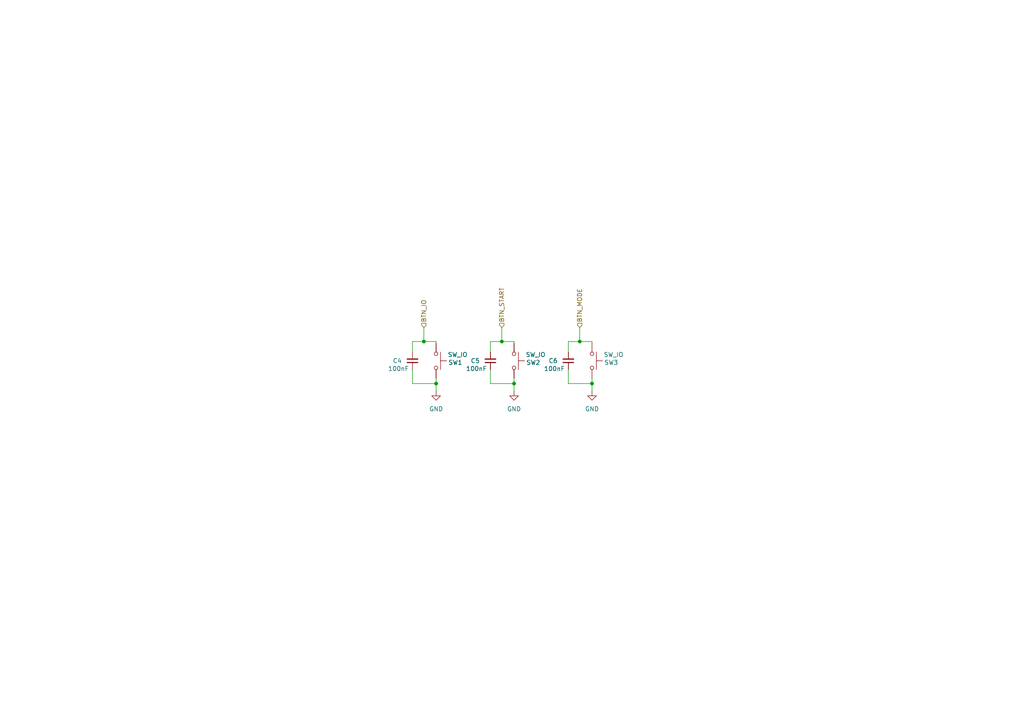
<source format=kicad_sch>
(kicad_sch (version 20211123) (generator eeschema)
  (paper "A4")
  (lib_symbols
    (symbol "Device:C_Small" (pin_numbers hide) (pin_names (offset 0.254) hide)
      (property "Reference" "C" (at 0.254 1.778 0))
      (property "Value" "C_Small" (at 0.254 -2.032 0))
      (symbol "C_Small_0_1"
        (polyline (pts (xy -1.524 -0.508) (xy 1.524 -0.508)) (stroke (width 0.3302)))
        (polyline (pts (xy -1.524 0.508) (xy 1.524 0.508)) (stroke (width 0.3048)))
      )
      (symbol "C_Small_1_1"
        (pin passive line (at 0 2.54 270) (length 2.032) (name "~") (number "1"))
        (pin passive line (at 0 -2.54 90) (length 2.032) (name "~") (number "2"))
      )
    )
    (symbol "Switch:SW_Push" (pin_numbers hide) (pin_names (offset 1.016) hide)
      (property "Reference" "SW" (at 1.27 2.54 0))
      (property "Value" "SW_Push" (at 0 -1.524 0))
      (symbol "SW_Push_0_1"
        (circle (center -2.032 0) (radius 0.508))
        (polyline (pts (xy 0 1.27) (xy 0 3.048)))
        (polyline (pts (xy 2.54 1.27) (xy -2.54 1.27)))
        (circle (center 2.032 0) (radius 0.508))
        (pin passive line (at -5.08 0 0) (length 2.54) (name "1") (number "1"))
        (pin passive line (at 5.08 0 180) (length 2.54) (name "2") (number "2"))
      )
    )
    (symbol "power:GND" (power) (pin_names (offset 0))
      (property "Value" "GND" (at 0 -3.81 0))
      (symbol "GND_0_1"
        (polyline (pts (xy 0 0) (xy 0 -1.27) (xy 1.27 -1.27) (xy 0 -2.54) (xy -1.27 -1.27) (xy 0 -1.27)))
      )
      (symbol "GND_1_1"
        (pin power_in line (at 0 0 270) (length 0) hide (name "GND") (number "1"))
      )
    )
  )
  (junction (at 168.148 99.06))
  (junction (at 171.704 111.252))
  (junction (at 122.936 99.06))
  (junction (at 149.098 111.252))
  (junction (at 145.542 99.06))
  (junction (at 126.492 111.252))
  (wire (pts (xy 126.492 109.728) (xy 126.492 111.252)))
  (wire (pts (xy 171.704 99.568) (xy 171.704 99.06)))
  (wire (pts (xy 164.846 102.108) (xy 164.846 99.06)))
  (wire (pts (xy 119.634 111.252) (xy 126.492 111.252)))
  (wire (pts (xy 149.098 99.568) (xy 149.098 99.06)))
  (wire (pts (xy 149.098 109.728) (xy 149.098 111.252)))
  (wire (pts (xy 164.846 111.252) (xy 171.704 111.252)))
  (wire (pts (xy 142.24 99.06) (xy 145.542 99.06)))
  (wire (pts (xy 119.634 102.108) (xy 119.634 99.06)))
  (wire (pts (xy 168.148 94.996) (xy 168.148 99.06)))
  (wire (pts (xy 119.634 99.06) (xy 122.936 99.06)))
  (wire (pts (xy 149.098 111.252) (xy 149.098 113.538)))
  (wire (pts (xy 142.24 111.252) (xy 149.098 111.252)))
  (wire (pts (xy 145.542 94.996) (xy 145.542 99.06)))
  (wire (pts (xy 171.704 111.252) (xy 171.704 113.538)))
  (wire (pts (xy 145.542 99.06) (xy 149.098 99.06)))
  (wire (pts (xy 164.846 99.06) (xy 168.148 99.06)))
  (wire (pts (xy 119.634 107.188) (xy 119.634 111.252)))
  (wire (pts (xy 126.492 111.252) (xy 126.492 113.538)))
  (wire (pts (xy 126.492 99.568) (xy 126.492 99.06)))
  (wire (pts (xy 122.936 94.996) (xy 122.936 99.06)))
  (wire (pts (xy 168.148 99.06) (xy 171.704 99.06)))
  (wire (pts (xy 164.846 107.188) (xy 164.846 111.252)))
  (wire (pts (xy 142.24 102.108) (xy 142.24 99.06)))
  (wire (pts (xy 171.704 109.728) (xy 171.704 111.252)))
  (wire (pts (xy 142.24 107.188) (xy 142.24 111.252)))
  (wire (pts (xy 122.936 99.06) (xy 126.492 99.06)))
  (hierarchical_label "BTN_MODE" (shape input) (at 168.148 94.996 90))
  (hierarchical_label "BTN_IO" (shape input) (at 122.936 94.996 90))
  (hierarchical_label "BTN_START" (shape input) (at 145.542 94.996 90))
  (symbol (lib_id "Device:C_Small") (at 119.634 104.648 180) (unit 1)
    (property "Reference" "C4" (at 116.586 104.648 0) (effects (justify left)))
    (property "Value" "100nF" (at 118.618 106.934 0) (effects (justify left)))
    (property "Footprint" "Capacitor_SMD:C_0603_1608Metric" (effects hide))
  )
  (symbol (lib_id "power:GND") (at 149.098 113.538 0) (unit 1)
    (property "Reference" "#PWR020" (effects hide))
    (property "Value" "GND" (at 149.098 118.618 0))
  )
  (symbol (lib_id "Device:C_Small") (at 142.24 104.648 180) (unit 1)
    (property "Reference" "C5" (at 139.192 104.648 0) (effects (justify left)))
    (property "Value" "100nF" (at 141.224 106.934 0) (effects (justify left)))
    (property "Footprint" "Capacitor_SMD:C_0603_1608Metric" (effects hide))
  )
  (symbol (lib_id "power:GND") (at 126.492 113.538 0) (unit 1)
    (property "Reference" "#PWR013" (effects hide))
    (property "Value" "GND" (at 126.492 118.618 0))
  )
  (symbol (lib_id "Switch:SW_Push") (at 126.492 104.648 270) (unit 1)
    (property "Reference" "SW1" (at 134.112 105.156 90) (effects (justify right)))
    (property "Value" "SW_IO" (at 135.636 102.87 90) (effects (justify right)))
    (property "Footprint" "Button_Switch_THT:SW_PUSH-12mm" (effects hide))
  )
  (symbol (lib_id "Device:C_Small") (at 164.846 104.648 180) (unit 1)
    (property "Reference" "C6" (at 161.798 104.648 0) (effects (justify left)))
    (property "Value" "100nF" (at 163.83 106.934 0) (effects (justify left)))
    (property "Footprint" "Capacitor_SMD:C_0603_1608Metric" (effects hide))
  )
  (symbol (lib_id "Switch:SW_Push") (at 171.704 104.648 270) (unit 1)
    (property "Reference" "SW3" (at 179.324 105.156 90) (effects (justify right)))
    (property "Value" "SW_IO" (at 180.848 102.87 90) (effects (justify right)))
    (property "Footprint" "Button_Switch_THT:SW_PUSH-12mm" (effects hide))
  )
  (symbol (lib_id "power:GND") (at 171.704 113.538 0) (unit 1)
    (property "Reference" "#PWR025" (effects hide))
    (property "Value" "GND" (at 171.704 118.618 0))
  )
  (symbol (lib_id "Switch:SW_Push") (at 149.098 104.648 270) (unit 1)
    (property "Reference" "SW2" (at 156.718 105.156 90) (effects (justify right)))
    (property "Value" "SW_IO" (at 158.242 102.87 90) (effects (justify right)))
    (property "Footprint" "Button_Switch_THT:SW_PUSH-12mm" (effects hide))
  )
)
</source>
